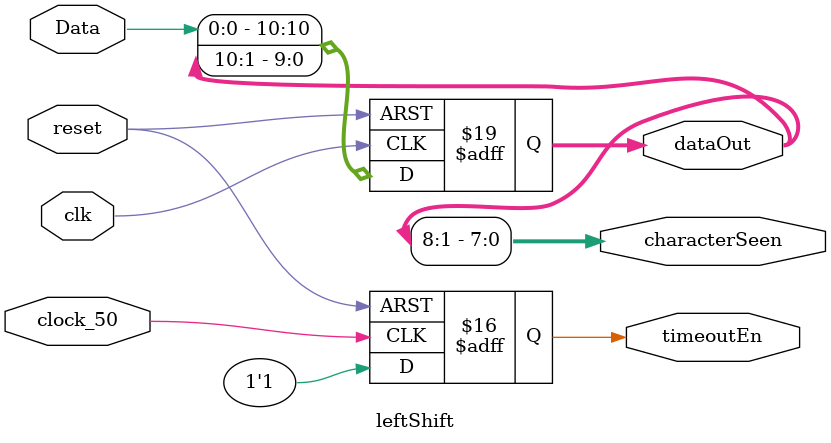
<source format=v>
module keyboardWithFlags(
	input PS2_CLOCK,
	input PS2_DATA,
	input RESET,
	input CLOCK_50,
	output reg flag_W,
	output reg flag_A,
	output reg flag_S,
	output reg flag_D
	);
	
	reg isBreak;
	wire [7:0] keyPressed;
	wire begin_test;
	wire idle_test;
	wire clear_test;
	wire parity_test;
	wire output_test;
	wire timeoutTest;
	wire [10:0] fullTransmission;

	keyboard u3(
		.clock_50(CLOCK_50),
		.RESET(RESET),
		.PS2_DATA(PS2_DATA),
		.PS2_CLOCK(PS2_CLOCK),
		.validKey(output_test),
		.outputKey(keyPressed),
		.beginTest(begin_test),
		.idleTest(idle_test),
		.fullTransmission(fullTransmission),
		.parityTest(parity_test),
		.clearTest(clear_test),
		.timeoutTest(timeoutTest)
		
	);
		
	always@ (posedge RESET, posedge output_test)
	begin
		if(RESET == 1)
		begin
			flag_W = 1'b0;
			flag_A = 1'b0;
			flag_S = 1'b0;
			flag_D = 1'b0;
			isBreak = 1'b0;
		end 
		
		else
		begin
		
			if(isBreak == 1)
			begin
				//Check what outputReg corresponds to, turn off corresponding flag
				//turn off isBreak
				isBreak = 1'b0;
				
				// First condition is a precaui
				if (keyPressed == 8'hF0)
					isBreak = 1'b1;
				else if(keyPressed == 8'h1C)
					flag_A = 1'b0;
				else if(keyPressed == 8'h1D)
					flag_W = 1'b0;
				else if(keyPressed == 8'h1B)
					flag_S = 1'b0;
				else if(keyPressed == 8'h23)
					flag_D = 1'b0;
			end
			
			else if (keyPressed == 8'hF0)
				isBreak = 1'b1;
			else if(keyPressed == 8'h1C)
				flag_A = 1'b1;
			else if(keyPressed == 8'h1D)
				flag_W = 1'b1;
			else if(keyPressed == 8'h1B)
				flag_S = 1'b1;
			else if(keyPressed == 8'h23)
				flag_D = 1'b1;
		end		
	end
endmodule

module keyboard(
//	input [6:0] hex0,
//	input [6:0] hex1,
	input PS2_CLOCK,
	input PS2_DATA,
	input RESET,
	input clock_50,
	output validKey,
	output [7:0] outputKey,
	output idleTest,
	output beginTest,
	output parityTest,
	output clearTest,
	output timeoutTest,
	output [10:0] fullTransmission
	);
	
//	wire [7:0] outputKey;
	wire resetEnableSREG;
	wire [10:0] output_Wire_SREG;
	wire [7:0] characterFound;
	wire timeOutEn;
	assign fullTransmission = output_Wire_SREG;
	assign clearTest = resetEnableSREG;
	
	
	controlPath cpath(
		.reset(RESET),
		.lastBit(output_Wire_SREG[0]),
		.resetEnable(resetEnableSREG),
		.keyFound(validKey),
		.clock_50(clock_50),
		.idleTest(idleTest),
		.beginTest(beginTest),
		.full_data(output_Wire_SREG[10:0]),
		.parityTest(parityTest),
		.timeoutTest(timeoutTest),
		.timeOut(timeOutEn) 
	);
	
	leftShift u1(
		.clk(PS2_CLOCK),
		.Data(PS2_DATA),
		.reset(resetEnableSREG),
		.dataOut(output_Wire_SREG),
		.characterSeen(outputKey),
		.timeoutEn(timeOutEn)
	);
	

endmodule
	


module controlPath(
	input reset,
	input lastBit,
	input clock_50,
	input [10:0] full_data, 
	input timeOut,
	output reg resetEnable,
	output reg keyFound,
	output reg idleTest,
	output reg beginTest,
	output reg parityTest,
	output reg timeoutTest
	);
	
		 
	reg [2:0] current_state, next_state;
					
	localparam S_BEGIN = 3'd0,
				  S_IDLE = 3'd1,
				  S_TIMEOUT = 3'd2,
				  S_PARITY = 3'd3,
				  S_OUTPUT = 3'd4,
				  S_CLEAR = 3'd5;
				  
				  
		
		
	always@(*)
	begin: state_table
		case (current_state) 
			S_IDLE : next_state = (lastBit == 0)? S_PARITY : (timeOut? S_TIMEOUT : S_IDLE); 
			S_TIMEOUT : next_state = S_BEGIN;
			S_PARITY : next_state = (^full_data)? S_CLEAR : S_OUTPUT;
			S_OUTPUT : next_state = S_CLEAR; // Load key into a reg and clear reg for next key? REVISIT THIS ****
			S_CLEAR : next_state = S_BEGIN;// Go back to checking for last bit
		
		default : next_state = S_IDLE;
		
		endcase
	end //state_table
	
	
	
	always@(*) 
	begin: enable_signals
		
		resetEnable = 1'b0;
		keyFound = 1'b0;
		idleTest = 1'b0;
		beginTest = 1'b0;
		parityTest = 1'b0;
		timeoutTest = 1'b0;
	//Data signals from control path to datapath 
	
	case (current_state)
	
	  S_BEGIN : begin
		 resetEnable = 1'b1;
		 beginTest = 1'b1;
		 end
	
	  S_IDLE : begin
		 idleTest = 1'b1;
		 end
		
	  S_TIMEOUT : begin
		timeoutTest = 1'b1;
	   end
		
	  S_PARITY : begin
		 parityTest = 1'b1;
		 end 
		 
	  S_OUTPUT : begin
		 keyFound = 1'b1;
	  	 end
	  
	  S_CLEAR : begin
		 resetEnable = 1'b1;
		 end
		 
		default: resetEnable = 1'b1;
		
	  endcase
	end // enable_signals
	
	//curent_state registers
	always@(posedge clock_50)
	begin: state_FFS
		if(reset)
			current_state <= S_BEGIN;
		else current_state <= next_state;
	end //state_FFS
endmodule 



module leftShift(
	input clk,
	input Data,
	input reset,
	input clock_50,
	output reg [10:0] dataOut,
	output reg timeoutEn,
	output [7:0]  characterSeen
	);

	parameter timeOutTimer = 500000;				// 10 millisecond Rx timeout
	assign characterSeen = dataOut[8:1];
	reg [20:0] timeOutCounter;
	reg countEn;
	
	always @ (negedge clk, posedge reset)
	begin
		if(reset == 1)
			dataOut = 11'b11111111111;
		else begin
			dataOut = dataOut >> 1;
			dataOut[10] = Data;
		end
	end

	always @ (posedge clock_50, posedge reset)
	begin
		if(reset == 1)
		begin
			timeOutCounter = 21'd0;
			timeoutEn = 1'b0;
			countEn = 1'b0;
		end
		
		else 
		begin
			if(clk == 0)
				countEn = 1'b1;
				
			if(countEn == 1)
				timeOutCounter = timeOutCounter + 1;
			
			if(timeOutCounter == timeOutTimer - 1);
				timeoutEn = 1'b1;
		end
	end
	
endmodule
</source>
